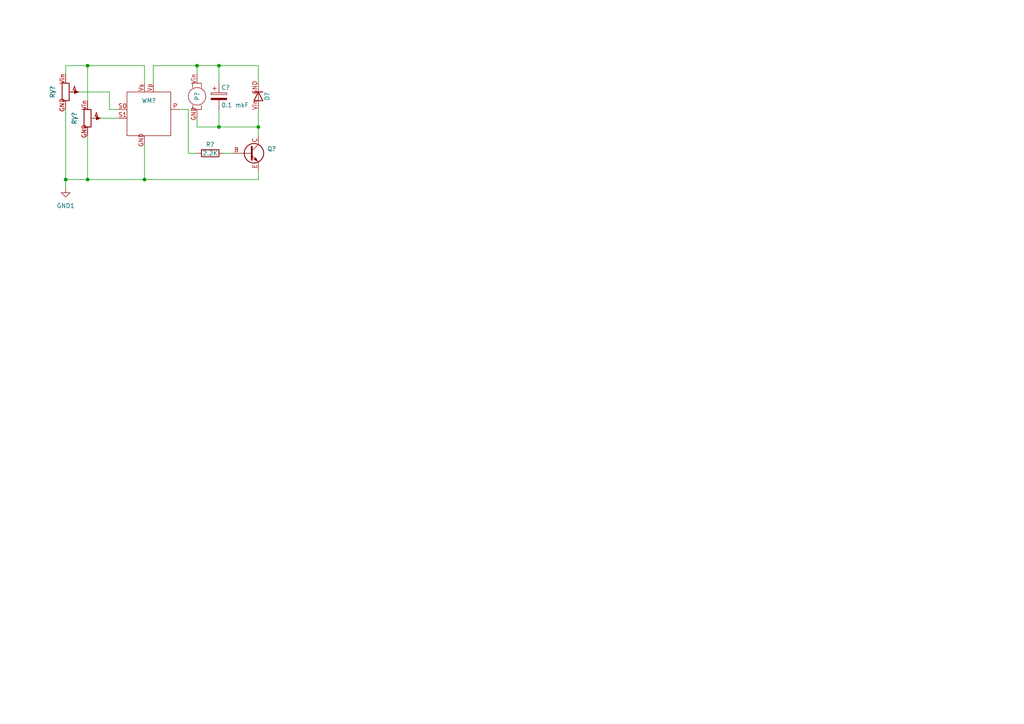
<source format=kicad_sch>
(kicad_sch (version 20250114) (generator "eeschema") (generator_version "9.0")
  (paper "A4")
  (title_block (title "AutoWater") (date "2026-01-17") (rev "0") (comment 2 "VlasovAnton"))
  (lib_symbols
    (symbol "AutoWater:Capacitor" (pin_numbers (hide yes)) (pin_names (offset 0.254) (hide yes))
      (property "Reference" "C" (at 0.635 2.54 0))
      (symbol "Capacitor_0_1"
        (rectangle (start -2.286 0.508) (end 2.286 1.016))
        (polyline (pts (xy -1.778 2.286) (xy -0.762 2.286)))
        (polyline (pts (xy -1.27 2.794) (xy -1.27 1.778)))
        (rectangle (start 2.286 -0.508) (end -2.286 -1.016) (fill (type outline)))
      )
      (symbol "Capacitor_1_1"
        (pin power_in line (at 0 3.81 270) (length 2.794) (name "VCC") (number "Vin"))
        (pin passive line (at 0 -3.81 90) (length 2.794) (name "GND") (number "GND"))
      )
    )
    (symbol "AutoWater:Pump" (pin_names (hide yes))
      (property "Reference" "P" (at 0 0 0))
      (symbol "Pump_0_1"
        (polyline (pts (xy -2.54 1.27) (xy -3.81 1.27) (xy -3.81 -1.27) (xy -2.54 -1.27)))
        (circle (center 0 0) (radius 2.54))
        (polyline (pts (xy 2.54 -1.27) (xy 3.81 -1.27) (xy 3.81 1.27) (xy 2.54 1.27)))
      )
      (symbol "Pump_1_1"
        (pin power_in line (at -6.35 0 0) (length 2.54) (name "VCC") (number "Vin"))
        (pin passive line (at 6.35 0 180) (length 2.54) (name "GND") (number "GND"))
      )
    )
    (symbol "AutoWater:Resistor" (pin_numbers (hide yes)) (pin_names (offset 0) (hide yes))
      (property "Reference" "R" (at 0 2.54 0))
      (symbol "Resistor_0_1"
        (rectangle (start 2.54 1.016) (end -2.54 -1.016) (stroke (width 0.254)))
      )
      (symbol "Resistor_1_1"
        (pin passive line (at -3.81 0 0) (length 1.27) (name "") (number "1"))
        (pin passive line (at 3.81 0 180) (length 1.27) (name "") (number "2"))
      )
    )
    (symbol "AutoWater:Sensor module" (pin_names (offset 1.016) (hide yes))
      (property "Reference" "RV" (at -3.81 0 90))
      (symbol "Sensor module_0_1"
        (rectangle (start -1.016 2.54) (end 1.016 -2.54) (stroke (width 0.254)))
        (polyline (pts (xy 3.683 0) (xy 2.54 -0.508) (xy 2.54 0.508) (xy 3.683 0)) (fill (type outline)))
      )
      (symbol "Sensor module_1_1"
        (pin power_in line (at 0 5.08 270) (length 2.54) (name "VCC") (number "Vin"))
        (pin passive line (at 0 -5.08 90) (length 2.54) (name "GND") (number "GND"))
        (pin passive line (at 3.81 0 180) (length 2.54) (name "A") (number "A"))
      )
    )
    (symbol "AutoWater:Transistor NPN" (pin_names (offset 0) (hide yes))
      (property "Reference" "Q" (at 5.08 1.27 0))
      (symbol "Transistor NPN_0_1"
        (polyline (pts (xy -2.54 0) (xy 0.635 0)))
        (polyline (pts (xy 0.635 1.905) (xy 0.635 -1.905)) (stroke (width 0.508)))
        (polyline (pts (xy 0.635 0.635) (xy 2.54 2.54)))
        (polyline (pts (xy 0.635 -0.635) (xy 2.54 -2.54)))
        (circle (center 1.27 0) (radius 2.8194) (stroke (width 0.254)))
        (polyline (pts (xy 1.27 -1.778) (xy 1.778 -1.27) (xy 2.286 -2.286) (xy 1.27 -1.778)) (fill (type outline)))
      )
      (symbol "Transistor NPN_1_1"
        (pin input line (at -5.08 0 0) (length 2.54) (name "B") (number "B"))
        (pin passive line (at 2.54 5.08 270) (length 2.54) (name "C") (number "C"))
        (pin passive line (at 2.54 -5.08 90) (length 2.54) (name "E") (number "E"))
      )
    )
    (symbol "AutoWater:Water module" (pin_names (hide yes))
      (property "Reference" "WM?" (at 6.35 -2.54 0))
      (symbol "Water module_0_1"
        (rectangle (start 0 0) (end 12.7 -12.7))
      )
      (symbol "Water module_1_1"
        (pin input line (at -2.54 -5.08 0) (length 2.54) (name "S0") (number "S0"))
        (pin input line (at -2.54 -7.62 0) (length 2.54) (name "S1") (number "S1"))
        (pin power_out line (at 5.08 2.54 270) (length 2.54) (name "Vs") (number "Vs"))
        (pin passive line (at 5.08 -15.24 90) (length 2.54) (name "GND") (number "GND"))
        (pin power_out line (at 7.62 2.54 270) (length 2.54) (name "Vp") (number "Vp"))
        (pin output line (at 15.24 -5.08 180) (length 2.54) (name "P") (number "P"))
      )
    )
    (symbol "Diode_1" (pin_names (offset 1.016) (hide yes))
      (property "Reference" "D" (at 0 2.54 0))
      (symbol "Diode_1_0_1"
        (polyline (pts (xy -1.27 1.27) (xy -1.27 -1.27)) (stroke (width 0.254)))
        (polyline (pts (xy 1.27 1.27) (xy 1.27 -1.27) (xy -1.27 0) (xy 1.27 1.27)) (stroke (width 0.254)))
        (polyline (pts (xy 1.27 0) (xy -1.27 0)))
      )
      (symbol "Diode_1_1_1"
        (pin passive line (at -3.81 0 0) (length 2.54) (name "K") (number "GND"))
        (pin power_in line (at 3.81 0 180) (length 2.54) (name "A") (number "Vin"))
      )
    )
    (symbol "power:GND1" (power) (pin_numbers (hide yes)) (pin_names (offset 0) (hide yes))
      (property "Value" "GND1" (at 0 -3.81 0))
      (symbol "GND1_0_1"
        (polyline (pts (xy 0 0) (xy 0 -1.27) (xy 1.27 -1.27) (xy 0 -2.54) (xy -1.27 -1.27) (xy 0 -1.27)))
      )
      (symbol "GND1_1_1"
        (pin power_in line (at 0 0 270) (length 0) (name "~") (number "1"))
      )
    )
  )
  (junction (at 63.5 19.05))
  (junction (at 74.93 36.83))
  (junction (at 63.5 36.83))
  (junction (at 19.05 52.07))
  (junction (at 41.91 52.07))
  (junction (at 57.15 19.05))
  (junction (at 25.4 19.05))
  (junction (at 25.4 52.07))
  (wire (pts (xy 74.93 36.83) (xy 74.93 39.37)))
  (wire (pts (xy 57.15 21.59) (xy 57.15 19.05)))
  (wire (pts (xy 19.05 52.07) (xy 19.05 54.61)))
  (wire (pts (xy 57.15 19.05) (xy 63.5 19.05)))
  (wire (pts (xy 44.45 19.05) (xy 57.15 19.05)))
  (wire (pts (xy 25.4 52.07) (xy 41.91 52.07)))
  (wire (pts (xy 19.05 52.07) (xy 25.4 52.07)))
  (wire (pts (xy 29.21 34.29) (xy 34.29 34.29)))
  (wire (pts (xy 74.93 52.07) (xy 41.91 52.07)))
  (wire (pts (xy 63.5 19.05) (xy 74.93 19.05)))
  (wire (pts (xy 31.75 26.67) (xy 22.86 26.67)))
  (wire (pts (xy 57.15 44.45) (xy 54.61 44.45)))
  (wire (pts (xy 57.15 34.29) (xy 57.15 36.83)))
  (wire (pts (xy 63.5 19.05) (xy 63.5 24.13)))
  (wire (pts (xy 63.5 36.83) (xy 74.93 36.83)))
  (wire (pts (xy 25.4 19.05) (xy 19.05 19.05)))
  (wire (pts (xy 63.5 31.75) (xy 63.5 36.83)))
  (wire (pts (xy 41.91 24.13) (xy 41.91 19.05)))
  (wire (pts (xy 25.4 19.05) (xy 25.4 29.21)))
  (wire (pts (xy 41.91 19.05) (xy 25.4 19.05)))
  (wire (pts (xy 54.61 44.45) (xy 54.61 31.75)))
  (wire (pts (xy 57.15 36.83) (xy 63.5 36.83)))
  (wire (pts (xy 25.4 39.37) (xy 25.4 52.07)))
  (wire (pts (xy 44.45 24.13) (xy 44.45 19.05)))
  (wire (pts (xy 74.93 31.75) (xy 74.93 36.83)))
  (wire (pts (xy 31.75 31.75) (xy 34.29 31.75)))
  (wire (pts (xy 41.91 41.91) (xy 41.91 52.07)))
  (wire (pts (xy 19.05 19.05) (xy 19.05 21.59)))
  (wire (pts (xy 74.93 19.05) (xy 74.93 24.13)))
  (wire (pts (xy 54.61 31.75) (xy 52.07 31.75)))
  (wire (pts (xy 74.93 49.53) (xy 74.93 52.07)))
  (wire (pts (xy 31.75 31.75) (xy 31.75 26.67)))
  (wire (pts (xy 19.05 31.75) (xy 19.05 52.07)))
  (wire (pts (xy 64.77 44.45) (xy 67.31 44.45)))
  (symbol (lib_id "AutoWater:Pump") (at 57.15 27.94 270) (unit 1)
    (property "Reference" "P?" (at 57.15 27.94 0))
    (property "Value" "Pump" (effects (hide yes)))
    (property "Datasheet" "https://roboshop.spb.ru/mechanics/pompy/small-water-pomp" (effects (hide yes)))
    (property "Description" "Water pump 5V" (effects (hide yes)))
  )
  (symbol (lib_id "AutoWater:Resistor") (at 60.96 44.45 0) (unit 1)
    (property "Reference" "R?" (at 60.96 41.91 0))
    (property "Value" "2.2K" (at 60.96 44.45 0))
    (property "Datasheet" "https://www.chipdip.ru/product/ac1206jr-072k2l-yageo-8002030474" (effects (hide yes)))
    (property "Description" "Resistor" (effects (hide yes)))
  )
  (symbol (lib_name "Diode_1") (lib_id "AutoWater:Diode") (at 74.93 27.94 270) (unit 1)
    (property "Reference" "D?" (at 77.47 27.94 0))
    (property "Value" "1N4001G" (effects (hide yes)))
    (property "Datasheet" "https://www.chipdip.ru/product/1n4001g-on-semiconductor-8002986002" (effects (hide yes)))
    (property "Description" "Diode" (effects (hide yes)))
    (property "Sim.Device" "D" (effects (hide yes)))
    (property "Sim.Pins" "1=K 2=A" (effects (hide yes)))
  )
  (symbol (lib_id "AutoWater:Water module") (at 36.83 26.67 0) (unit 1)
    (property "Reference" "WM?" (at 43.18 29.21 0))
    (property "Description" "Water module connector" (effects (hide yes)))
  )
  (symbol (lib_id "AutoWater:Sensor module") (at 19.05 26.67 0) (unit 1)
    (property "Reference" "RV?" (at 15.24 26.67 90))
    (property "Value" "~" (at 16.51 26.6699 0) (effects (justify right)))
    (property "Description" "Sensor" (effects (hide yes)))
  )
  (symbol (lib_id "AutoWater:Capacitor") (at 63.5 27.94 0) (unit 1)
    (property "Reference" "C?" (at 64.135 25.4 0) (effects (justify left)))
    (property "Value" "0.1 mkF" (at 64.135 30.48 0) (effects (justify left)))
    (property "Datasheet" "https://www.chipdip.ru/product/0.1-mkf-x7r-25v-10-0402-grm155r71e104ke14d-murata-9000295904" (effects (hide yes)))
    (property "Description" "Capacitor" (effects (hide yes)))
  )
  (symbol (lib_id "AutoWater:Sensor module") (at 25.4 34.29 0) (unit 1)
    (property "Reference" "RV?" (at 21.59 34.29 90))
    (property "Value" "~" (at 22.86 34.2899 0) (effects (justify right)))
    (property "Description" "Sensor" (effects (hide yes)))
  )
  (symbol (lib_id "power:GND1") (at 19.05 54.61 0) (unit 1)
    (property "Reference" "#PWR07" (effects (hide yes)))
    (property "Value" "GND1" (at 19.05 59.69 0))
    (property "Description" "Power symbol creates a global label with name \"GND1\" , ground" (effects (hide yes)))
  )
  (symbol (lib_id "AutoWater:Transistor NPN") (at 72.39 44.45 0) (unit 1)
    (property "Reference" "Q?" (at 77.47 43.18 0) (effects (justify left)))
    (property "Value" "BC817-25" (effects (hide yes)))
    (property "Datasheet" "https://www.chipdip.ru/product/bc817-25-215-tranzistor-npn-45v-0.5a-0.31vt-sot-23-nexperia-113261264" (effects (hide yes)))
    (property "Description" "NPN bipolar junction transistor" (effects (hide yes)))
  )
)
</source>
